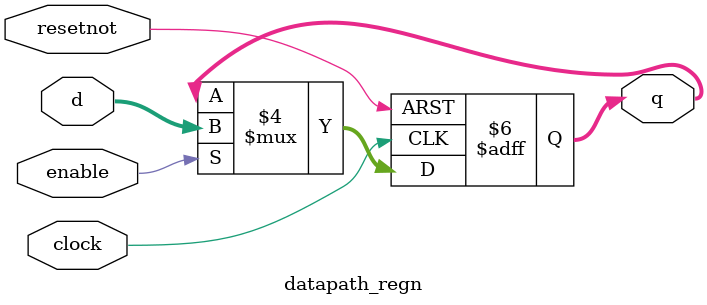
<source format=v>
module datapath_regn(clock, resetnot, enable, d, q);
	input clock, resetnot, enable;
	input [15:0] d;
	output reg [15:0] q;
	always @(posedge clock, negedge resetnot) begin
		if (resetnot == 1'b0) 
			q <= 0;
		else if (enable == 1'b1)
			q <= d;
	end
endmodule
</source>
